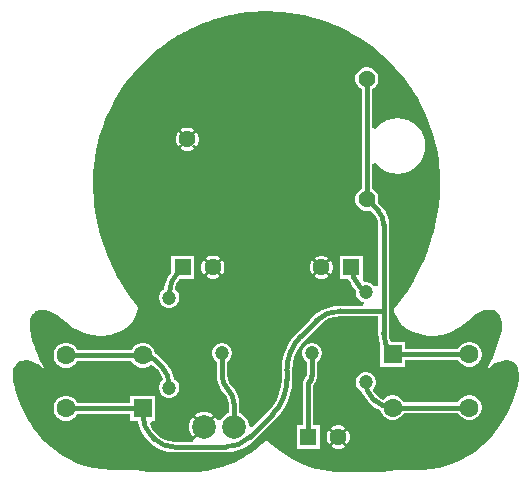
<source format=gtl>
G04*
G04 #@! TF.GenerationSoftware,Altium Limited,Altium Designer,24.6.1 (21)*
G04*
G04 Layer_Physical_Order=1*
G04 Layer_Color=255*
%FSLAX44Y44*%
%MOMM*%
G71*
G04*
G04 #@! TF.SameCoordinates,6B41C1FE-43CF-4F28-8872-C2DD71ED003A*
G04*
G04*
G04 #@! TF.FilePolarity,Positive*
G04*
G01*
G75*
%ADD18C,1.4500*%
%ADD19R,1.4500X1.4500*%
%ADD22C,0.3810*%
%ADD23C,2.0000*%
%ADD24C,1.6000*%
%ADD25R,1.6000X1.6000*%
%ADD26C,1.2000*%
%ADD27C,1.4380*%
G36*
X8031Y144214D02*
X13903Y143813D01*
X19957Y143120D01*
X25811Y142190D01*
X31592Y141077D01*
X39688Y139108D01*
X46618Y136992D01*
X54222Y134239D01*
X55426Y133728D01*
X60258Y131741D01*
X65091Y129388D01*
X68538Y127619D01*
X72185Y125650D01*
X78567Y121893D01*
X84168Y118128D01*
X89000Y114750D01*
X92250Y112500D01*
X95250Y110000D01*
X97569Y107779D01*
X102821Y102818D01*
X108802Y96728D01*
X111319Y93883D01*
X115148Y89360D01*
X118650Y84801D01*
X123172Y78309D01*
X125616Y74407D01*
X127695Y71052D01*
X130795Y65289D01*
X133348Y60146D01*
X134114Y58615D01*
X136521Y52779D01*
X139366Y45120D01*
X140897Y40160D01*
X141791Y37115D01*
X142721Y33413D01*
X143815Y28489D01*
X144654Y24222D01*
X145493Y18860D01*
X146186Y13937D01*
X146532Y7718D01*
X146824Y-196D01*
X146623Y-7217D01*
X146313Y-13362D01*
X146040Y-16845D01*
X145529Y-20128D01*
X145128Y-23957D01*
X144235Y-29155D01*
X143523Y-32783D01*
X142502Y-37525D01*
X141335Y-42011D01*
X140296Y-45749D01*
X139110Y-49743D01*
X137578Y-54375D01*
X136193Y-58423D01*
X134788Y-61906D01*
X134515Y-62544D01*
X132764Y-66811D01*
X130722Y-71480D01*
X129044Y-74762D01*
X127385Y-78136D01*
X125871Y-80999D01*
X124303Y-83880D01*
X121805Y-88020D01*
X119343Y-91977D01*
X116279Y-96426D01*
X114018Y-99709D01*
X111246Y-103429D01*
X108985Y-106274D01*
X107891Y-107769D01*
Y-109848D01*
X108693Y-111891D01*
X109896Y-114772D01*
X111884Y-117890D01*
X113580Y-120060D01*
X115440Y-121920D01*
X118650Y-124400D01*
X122461Y-126534D01*
X127038Y-128339D01*
X132910Y-129616D01*
X137141Y-130126D01*
X142502Y-130054D01*
X147500Y-129500D01*
X151620Y-128412D01*
X157310Y-126370D01*
X160300Y-124838D01*
X163619Y-122759D01*
X167066Y-120042D01*
X170075Y-117398D01*
X173941Y-114261D01*
X177333Y-111890D01*
X180779Y-110049D01*
X184025Y-108845D01*
X187946Y-108243D01*
X190645Y-108353D01*
X192286Y-108754D01*
X194110Y-109520D01*
X196043Y-110979D01*
X197830Y-113422D01*
X198705Y-115720D01*
X199289Y-119331D01*
X199252Y-121556D01*
X198887Y-125932D01*
X197684Y-131221D01*
X196116Y-136728D01*
X194474Y-141360D01*
X192468Y-146210D01*
X191192Y-148946D01*
X190171Y-151280D01*
X188347Y-154927D01*
X187472Y-156532D01*
X187326Y-157043D01*
X188092Y-157298D01*
X191812Y-154599D01*
X191885Y-154560D01*
X195423Y-152666D01*
X199945Y-151243D01*
X201915Y-151061D01*
X204249Y-151134D01*
X205543Y-151298D01*
X207239Y-151863D01*
X208607Y-152429D01*
X209756Y-153213D01*
X211543Y-155219D01*
X213038Y-158757D01*
X213622Y-162915D01*
X213385Y-166580D01*
X212601Y-171558D01*
X211762Y-175096D01*
X210230Y-179947D01*
X209318Y-182536D01*
X208279Y-185399D01*
X206692Y-189065D01*
X204905Y-193113D01*
X203118Y-196687D01*
X200966Y-200626D01*
X197830Y-205623D01*
X195751Y-208577D01*
X193654Y-211367D01*
X191630Y-213865D01*
X188493Y-217294D01*
X185721Y-220138D01*
X183351Y-222436D01*
X179922Y-225390D01*
X176056Y-228454D01*
X172409Y-230971D01*
X169054Y-233159D01*
X164385Y-235712D01*
X158367Y-238302D01*
X153644Y-239925D01*
X148812Y-241292D01*
X144946Y-242094D01*
X139329Y-243043D01*
X132144Y-243809D01*
X127731Y-244173D01*
X124376Y-244283D01*
X120054Y-244301D01*
X115732Y-244319D01*
X114054Y-244210D01*
X110480Y-243955D01*
X108292Y-244137D01*
X105520Y-244575D01*
X102785Y-245085D01*
X99575Y-245377D01*
X96329Y-245632D01*
X93229Y-245888D01*
X89600Y-245979D01*
X86226Y-245888D01*
X81412Y-245486D01*
X77200Y-245213D01*
X76488Y-245195D01*
X73954Y-245541D01*
X70288Y-245888D01*
X67225Y-245997D01*
X61681Y-245924D01*
X57705Y-245523D01*
X52672Y-245085D01*
X47566Y-244210D01*
X42278Y-242970D01*
X38558Y-241912D01*
X33853Y-240417D01*
X28017Y-238046D01*
X23057Y-235676D01*
X21161Y-234581D01*
X18754Y-233268D01*
X16055Y-231554D01*
X13356Y-229767D01*
X11058Y-228053D01*
X7849Y-225573D01*
X4420Y-222582D01*
X2068Y-220449D01*
X554Y-218899D01*
X-339Y-218187D01*
X-1743Y-219263D01*
X-4242Y-221652D01*
X-7105Y-224260D01*
X-9913Y-226558D01*
X-13560Y-229329D01*
X-16515Y-231408D01*
X-19761Y-233378D01*
X-23262Y-235347D01*
X-25997Y-236806D01*
X-30848Y-238922D01*
X-34969Y-240526D01*
X-37522Y-241402D01*
X-41352Y-242532D01*
X-45254Y-243480D01*
X-50068Y-244465D01*
X-53533Y-245085D01*
X-57472Y-245450D01*
X-62870Y-245888D01*
X-67721Y-245961D01*
X-73502Y-245651D01*
X-78954Y-245195D01*
X-82784Y-245486D01*
X-86577Y-245815D01*
X-94527Y-245888D01*
X-100144Y-245450D01*
X-105724Y-244830D01*
X-110320Y-244028D01*
X-111779Y-243955D01*
X-115098Y-244210D01*
X-121790Y-244301D01*
X-126003Y-244319D01*
X-128045Y-244210D01*
X-132969Y-243882D01*
X-138221Y-243407D01*
X-146719Y-242058D01*
X-154049Y-240271D01*
X-161562Y-237718D01*
X-165775Y-235840D01*
X-171227Y-232721D01*
X-174948Y-230387D01*
X-179580Y-226959D01*
X-182898Y-224260D01*
X-185342Y-222035D01*
X-187476Y-219974D01*
X-190813Y-216491D01*
X-193329Y-213683D01*
X-195408Y-211130D01*
X-197742Y-208030D01*
X-199858Y-204966D01*
X-202119Y-201319D01*
X-204891Y-196286D01*
X-206423Y-193150D01*
X-208082Y-189521D01*
X-209851Y-185417D01*
X-210872Y-182536D01*
X-212605Y-177631D01*
X-213097Y-175753D01*
X-213535Y-174294D01*
X-214228Y-171339D01*
X-214592Y-169224D01*
X-214811Y-167255D01*
X-215103Y-165431D01*
X-215139Y-162841D01*
X-214975Y-160854D01*
X-214592Y-158720D01*
X-213881Y-156623D01*
X-212659Y-154672D01*
X-210690Y-152848D01*
X-209176Y-151991D01*
X-206714Y-151243D01*
X-204563Y-151061D01*
X-202557Y-151134D01*
X-199639Y-151718D01*
X-196320Y-152994D01*
X-193566Y-154471D01*
X-193465Y-154541D01*
X-193465Y-154541D01*
X-190922Y-156277D01*
X-189700Y-157280D01*
X-188916Y-157334D01*
X-189609Y-155620D01*
X-190667Y-153432D01*
X-191121Y-152508D01*
X-191761Y-151207D01*
X-192746Y-149019D01*
X-194515Y-145025D01*
X-196065Y-141287D01*
X-196466Y-139937D01*
X-197888Y-136217D01*
X-198691Y-133591D01*
X-199566Y-130126D01*
X-199967Y-128266D01*
X-200405Y-126151D01*
X-200733Y-124218D01*
X-200879Y-122103D01*
X-200842Y-120060D01*
X-200806Y-118018D01*
X-200549Y-116562D01*
X-200336Y-115820D01*
X-200160Y-115219D01*
X-199947Y-114494D01*
X-199665Y-113910D01*
X-199346Y-113274D01*
X-199028Y-112814D01*
X-198639Y-112072D01*
X-198232Y-111612D01*
X-197437Y-110745D01*
X-196624Y-110109D01*
X-195899Y-109614D01*
X-194873Y-109119D01*
X-193742Y-108695D01*
X-192946Y-108429D01*
X-192115Y-108235D01*
X-191355Y-108182D01*
X-190223Y-108146D01*
X-189145Y-108182D01*
X-187801Y-108288D01*
X-186493Y-108500D01*
X-185061Y-108942D01*
X-183717Y-109419D01*
X-182426Y-109985D01*
X-181171Y-110586D01*
X-179470Y-111562D01*
X-176151Y-113823D01*
X-173197Y-116158D01*
X-169841Y-119003D01*
X-166158Y-122030D01*
X-164006Y-123598D01*
X-159939Y-125768D01*
X-156493Y-127318D01*
X-151825Y-128741D01*
X-147047Y-129689D01*
X-142123Y-130163D01*
X-137455Y-130090D01*
X-134500Y-129616D01*
X-131692Y-129215D01*
X-128154Y-128230D01*
X-123340Y-126187D01*
X-119584Y-123890D01*
X-117578Y-122394D01*
X-115973Y-120935D01*
X-113639Y-118164D01*
X-112180Y-115975D01*
X-110684Y-113021D01*
X-109517Y-110176D01*
X-109298Y-107696D01*
X-109262Y-106566D01*
X-110283Y-104888D01*
X-112544Y-101897D01*
X-115717Y-97557D01*
X-117750Y-94500D01*
X-119401Y-92123D01*
X-122136Y-87746D01*
X-124507Y-83588D01*
X-126477Y-80233D01*
X-128556Y-76258D01*
X-131109Y-71006D01*
X-133023Y-66757D01*
X-135048Y-61851D01*
X-136415Y-58149D01*
X-137819Y-54338D01*
X-139442Y-49542D01*
X-140810Y-44673D01*
X-141795Y-40953D01*
X-142707Y-37160D01*
X-143728Y-32783D01*
X-144311Y-29355D01*
X-145132Y-24705D01*
X-145916Y-18924D01*
X-146481Y-12961D01*
X-146864Y-7034D01*
X-146937Y-3168D01*
X-146901Y3433D01*
X-146719Y8721D01*
X-146190Y13846D01*
X-145351Y20593D01*
X-144348Y26483D01*
X-143618Y30276D01*
X-142688Y34051D01*
X-141649Y37789D01*
X-140810Y40890D01*
X-139679Y44500D01*
X-138075Y49096D01*
X-136579Y53035D01*
X-135011Y56828D01*
X-133771Y59454D01*
X-132130Y62991D01*
X-130543Y65964D01*
X-128957Y68863D01*
X-126841Y72620D01*
X-123997Y77215D01*
X-121444Y80899D01*
X-118818Y84619D01*
X-115608Y88923D01*
X-113639Y91330D01*
X-111377Y93883D01*
X-108168Y97530D01*
X-105633Y100211D01*
X-102515Y103256D01*
X-100509Y105116D01*
X-96789Y108471D01*
X-94345Y110550D01*
X-92376Y112155D01*
X-90698Y113541D01*
X-88947Y114781D01*
X-87197Y116167D01*
X-85008Y117626D01*
X-82893Y119158D01*
X-80632Y120689D01*
X-78772Y121857D01*
X-76474Y123243D01*
X-74833Y124227D01*
X-72535Y125577D01*
X-70566Y126598D01*
X-69325Y127327D01*
X-67867Y128130D01*
X-66335Y128932D01*
X-63545Y130190D01*
X-60718Y131558D01*
X-55758Y133673D01*
X-53643Y134549D01*
X-50926Y135552D01*
X-48373Y136427D01*
X-46531Y137065D01*
X-44415Y137649D01*
X-40458Y138907D01*
X-37559Y139691D01*
X-35334Y140238D01*
X-30337Y141296D01*
X-25888Y142171D01*
X-22386Y142828D01*
X-17007Y143539D01*
X-10989Y144013D01*
X-5026Y144433D01*
X2451Y144542D01*
X8031Y144214D01*
D02*
G37*
%LPC*%
G36*
X-65974Y45940D02*
X-68526D01*
X-70990Y45280D01*
X-73200Y44004D01*
X-73218Y43986D01*
X-71183Y41951D01*
X-72951Y40183D01*
X-74986Y42218D01*
X-75004Y42200D01*
X-76280Y39990D01*
X-76940Y37526D01*
Y34974D01*
X-76280Y32510D01*
X-75004Y30300D01*
X-74986Y30282D01*
X-72951Y32317D01*
X-71183Y30549D01*
X-73218Y28514D01*
X-73200Y28496D01*
X-70990Y27220D01*
X-68526Y26560D01*
X-65974D01*
X-63510Y27220D01*
X-61300Y28496D01*
X-61282Y28514D01*
X-63317Y30549D01*
X-61549Y32317D01*
X-59514Y30282D01*
X-59496Y30300D01*
X-58220Y32510D01*
X-57560Y34974D01*
Y37526D01*
X-58220Y39990D01*
X-59496Y42200D01*
X-59514Y42218D01*
X-61549Y40183D01*
X-63317Y41951D01*
X-61282Y43986D01*
X-61300Y44004D01*
X-63510Y45280D01*
X-65974Y45940D01*
D02*
G37*
G36*
X86026Y96940D02*
X83474D01*
X81010Y96280D01*
X78800Y95004D01*
X76996Y93200D01*
X75720Y90990D01*
X75060Y88526D01*
Y85974D01*
X75720Y83510D01*
X76996Y81300D01*
X78800Y79496D01*
X80259Y78654D01*
Y-6154D01*
X78800Y-6996D01*
X76996Y-8800D01*
X75720Y-11010D01*
X75060Y-13474D01*
Y-16026D01*
X75720Y-18490D01*
X76996Y-20700D01*
X78800Y-22504D01*
X81010Y-23780D01*
X83474Y-24440D01*
X86026D01*
X87653Y-24004D01*
X90634Y-26986D01*
X90635Y-26986D01*
X90635D01*
X92451Y-29234D01*
X92800Y-29689D01*
X94129Y-32897D01*
X94553Y-36118D01*
X94509Y-36339D01*
Y-88205D01*
X94121Y-88444D01*
X90552Y-88181D01*
X88969Y-86598D01*
X87031Y-85479D01*
X84869Y-84900D01*
X82631D01*
X81456Y-82109D01*
X81450Y-82014D01*
X81450D01*
Y-62514D01*
X61950D01*
Y-82014D01*
X69163D01*
X70093Y-84259D01*
X72260Y-87794D01*
X74926Y-90916D01*
X74949Y-90950D01*
X75468Y-91469D01*
X75250Y-92281D01*
Y-94519D01*
X75829Y-96681D01*
X76948Y-98619D01*
X78531Y-100202D01*
X80469Y-101321D01*
X82104Y-101759D01*
X81709Y-104759D01*
X62521D01*
Y-104740D01*
X57181Y-105160D01*
X51973Y-106411D01*
X47024Y-108460D01*
X42457Y-111259D01*
X38393Y-114730D01*
X38393Y-114730D01*
X36285Y-116863D01*
X26074Y-127074D01*
X26071Y-127074D01*
X26064Y-127068D01*
X22081Y-131610D01*
X18710Y-136655D01*
X16027Y-142097D01*
X14076Y-147843D01*
X12893Y-153794D01*
X12496Y-159848D01*
X12496Y-159848D01*
X12496Y-159848D01*
X12509Y-162621D01*
Y-167269D01*
X12564Y-167545D01*
X12119Y-173187D01*
X10736Y-178949D01*
X8469Y-184423D01*
X5373Y-189475D01*
X1704Y-193771D01*
X1473Y-193925D01*
X1471Y-193929D01*
X1468Y-193930D01*
X-12250Y-207648D01*
X-15250Y-206406D01*
Y-205604D01*
X-16102Y-202425D01*
X-17747Y-199575D01*
X-20075Y-197248D01*
X-22925Y-195602D01*
X-23259Y-195513D01*
Y-187718D01*
X-23245D01*
X-23643Y-183675D01*
X-24823Y-179787D01*
X-26737Y-176205D01*
X-29315Y-173065D01*
X-29315Y-173065D01*
X-31148Y-170824D01*
X-31581Y-170260D01*
X-32964Y-166919D01*
X-33405Y-163569D01*
X-33359Y-163334D01*
Y-152222D01*
X-32631Y-151802D01*
X-31048Y-150219D01*
X-29929Y-148281D01*
X-29350Y-146119D01*
Y-143881D01*
X-29929Y-141719D01*
X-31048Y-139781D01*
X-32631Y-138198D01*
X-34569Y-137079D01*
X-36731Y-136500D01*
X-38969D01*
X-41131Y-137079D01*
X-43069Y-138198D01*
X-44652Y-139781D01*
X-45771Y-141719D01*
X-46350Y-143881D01*
Y-146119D01*
X-45771Y-148281D01*
X-44652Y-150219D01*
X-43069Y-151802D01*
X-42341Y-152222D01*
Y-163334D01*
X-42365D01*
X-41927Y-167778D01*
X-40631Y-172052D01*
X-38525Y-175990D01*
X-35692Y-179442D01*
X-35692Y-179442D01*
X-33866Y-181686D01*
X-33760Y-181824D01*
X-32583Y-184667D01*
X-32205Y-187536D01*
X-32241Y-187718D01*
Y-195513D01*
X-32575Y-195602D01*
X-35425Y-197248D01*
X-37752Y-199575D01*
X-38801Y-201392D01*
X-38952Y-201449D01*
X-41948D01*
X-42099Y-201392D01*
X-43148Y-199575D01*
X-43427Y-199295D01*
X-45440Y-201308D01*
X-47208Y-199540D01*
X-45195Y-197527D01*
X-45475Y-197248D01*
X-48325Y-195602D01*
X-51504Y-194750D01*
X-54796D01*
X-57975Y-195602D01*
X-60825Y-197248D01*
X-61105Y-197527D01*
X-59092Y-199540D01*
X-60860Y-201308D01*
X-62873Y-199295D01*
X-63152Y-199575D01*
X-64798Y-202425D01*
X-65650Y-205604D01*
Y-208896D01*
X-64798Y-212075D01*
X-63152Y-214925D01*
X-62873Y-215205D01*
X-60860Y-213192D01*
X-59092Y-214960D01*
X-61105Y-216973D01*
X-61069Y-217009D01*
X-61192Y-218076D01*
X-62051Y-220009D01*
X-77997D01*
X-78189Y-220047D01*
X-81961Y-219676D01*
X-85773Y-218519D01*
X-89285Y-216642D01*
X-92215Y-214237D01*
X-92324Y-214074D01*
X-94385Y-212014D01*
X-94557Y-211899D01*
X-97035Y-208879D01*
X-98973Y-205254D01*
X-99153Y-204660D01*
X-97366Y-202250D01*
X-94500D01*
Y-181250D01*
X-115500D01*
Y-187259D01*
X-160469D01*
X-161598Y-185303D01*
X-163553Y-183348D01*
X-165947Y-181966D01*
X-168618Y-181250D01*
X-171382D01*
X-174053Y-181966D01*
X-176447Y-183348D01*
X-178402Y-185303D01*
X-179784Y-187697D01*
X-180500Y-190368D01*
Y-193132D01*
X-179784Y-195803D01*
X-178402Y-198197D01*
X-176447Y-200152D01*
X-174053Y-201534D01*
X-171382Y-202250D01*
X-168618D01*
X-165947Y-201534D01*
X-163553Y-200152D01*
X-161598Y-198197D01*
X-160469Y-196241D01*
X-115500D01*
Y-202250D01*
X-109046D01*
X-108034Y-206468D01*
X-106238Y-210802D01*
X-103787Y-214802D01*
X-100740Y-218369D01*
X-100740Y-218370D01*
X-98679Y-220429D01*
X-98676Y-220431D01*
X-98616Y-220482D01*
X-95189Y-223409D01*
X-91275Y-225807D01*
X-87035Y-227564D01*
X-82572Y-228635D01*
X-77997Y-228995D01*
Y-228991D01*
X-35227D01*
X-35208Y-229011D01*
Y-229011D01*
X-35196Y-229012D01*
X-32294Y-228783D01*
X-29790Y-228586D01*
X-24517Y-227320D01*
X-19507Y-225245D01*
X-14883Y-222412D01*
X-12980Y-220786D01*
X-10760Y-218890D01*
X-10758Y-218888D01*
X-10772Y-218874D01*
X7819Y-200283D01*
X7829Y-200292D01*
X7832Y-200289D01*
X7834Y-200287D01*
X9694Y-198165D01*
X9763Y-198087D01*
X9764Y-198086D01*
X11859Y-195698D01*
X15251Y-190621D01*
X17952Y-185144D01*
X19914Y-179362D01*
X21106Y-173373D01*
X21314Y-170194D01*
X21505Y-167280D01*
X21504Y-167267D01*
X21504D01*
X21491Y-167255D01*
Y-159862D01*
X21490Y-159858D01*
X21491Y-159854D01*
X21491Y-159840D01*
X21438Y-159575D01*
X21878Y-153987D01*
X23250Y-148271D01*
X25500Y-142839D01*
X28572Y-137826D01*
X32203Y-133575D01*
X32426Y-133426D01*
X44756Y-121095D01*
X44908Y-120868D01*
X48513Y-117910D01*
X52872Y-115580D01*
X57602Y-114145D01*
X62250Y-113687D01*
X62521Y-113741D01*
X94509D01*
Y-127979D01*
X94503D01*
X94871Y-132656D01*
X95966Y-137218D01*
X96000Y-137299D01*
Y-156500D01*
X117000D01*
Y-150491D01*
X161969D01*
X163098Y-152447D01*
X165053Y-154402D01*
X167447Y-155784D01*
X170118Y-156500D01*
X172882D01*
X175553Y-155784D01*
X177947Y-154402D01*
X179902Y-152447D01*
X181284Y-150053D01*
X182000Y-147382D01*
Y-144618D01*
X181284Y-141947D01*
X179902Y-139553D01*
X177947Y-137598D01*
X175553Y-136216D01*
X172882Y-135500D01*
X170118D01*
X167447Y-136216D01*
X165053Y-137598D01*
X163098Y-139553D01*
X161969Y-141509D01*
X117000D01*
Y-135500D01*
X104874D01*
X103834Y-132070D01*
X103451Y-128182D01*
X103491Y-127979D01*
Y-109250D01*
Y-36339D01*
X103491Y-36339D01*
X103512D01*
X103085Y-32002D01*
X101820Y-27832D01*
X99766Y-23989D01*
X97001Y-20620D01*
X96986Y-20635D01*
X94004Y-17652D01*
X94440Y-16026D01*
Y-13474D01*
X93780Y-11010D01*
X92504Y-8800D01*
X90700Y-6996D01*
X89241Y-6154D01*
Y14936D01*
X92241Y16010D01*
X94053Y13803D01*
X97631Y10866D01*
X101713Y8684D01*
X106143Y7340D01*
X110750Y6886D01*
X115357Y7340D01*
X119787Y8684D01*
X123869Y10866D01*
X127447Y13803D01*
X130384Y17381D01*
X132566Y21463D01*
X133910Y25893D01*
X134364Y30500D01*
X133910Y35107D01*
X132566Y39536D01*
X130384Y43619D01*
X127447Y47197D01*
X123869Y50134D01*
X119787Y52316D01*
X115357Y53660D01*
X110750Y54114D01*
X106143Y53660D01*
X101713Y52316D01*
X97631Y50134D01*
X94053Y47197D01*
X92241Y44990D01*
X89241Y46064D01*
Y78654D01*
X90700Y79496D01*
X92504Y81300D01*
X93780Y83510D01*
X94440Y85974D01*
Y88526D01*
X93780Y90990D01*
X92504Y93200D01*
X90700Y95004D01*
X88490Y96280D01*
X86026Y96940D01*
D02*
G37*
G36*
X-44266Y-62486D02*
X-46834D01*
X-49313Y-63150D01*
X-51537Y-64434D01*
X-51560Y-64458D01*
X-49526Y-66492D01*
X-51294Y-68260D01*
X-53328Y-66225D01*
X-53352Y-66249D01*
X-54636Y-68472D01*
X-55300Y-70952D01*
Y-73520D01*
X-54636Y-75999D01*
X-53352Y-78222D01*
X-53328Y-78246D01*
X-51294Y-76212D01*
X-49526Y-77980D01*
X-51560Y-80014D01*
X-51537Y-80038D01*
X-49313Y-81321D01*
X-46834Y-81986D01*
X-44266D01*
X-41787Y-81321D01*
X-39563Y-80038D01*
X-39540Y-80014D01*
X-41574Y-77980D01*
X-39806Y-76212D01*
X-37772Y-78246D01*
X-37748Y-78222D01*
X-36465Y-75999D01*
X-35800Y-73520D01*
Y-70952D01*
X-36465Y-68472D01*
X-37748Y-66249D01*
X-37772Y-66225D01*
X-39806Y-68260D01*
X-41574Y-66492D01*
X-39540Y-64458D01*
X-39563Y-64434D01*
X-41787Y-63150D01*
X-44266Y-62486D01*
D02*
G37*
G36*
X47584Y-62514D02*
X45016D01*
X42537Y-63179D01*
X40313Y-64462D01*
X40290Y-64486D01*
X42324Y-66520D01*
X40556Y-68288D01*
X38522Y-66254D01*
X38498Y-66277D01*
X37215Y-68501D01*
X36550Y-70981D01*
Y-73548D01*
X37215Y-76027D01*
X38498Y-78251D01*
X38522Y-78274D01*
X40556Y-76240D01*
X42324Y-78008D01*
X40290Y-80042D01*
X40313Y-80066D01*
X42537Y-81350D01*
X45016Y-82014D01*
X47584D01*
X50063Y-81350D01*
X52287Y-80066D01*
X52310Y-80042D01*
X50276Y-78008D01*
X52044Y-76240D01*
X54078Y-78274D01*
X54102Y-78251D01*
X55385Y-76027D01*
X56050Y-73548D01*
Y-70981D01*
X55385Y-68501D01*
X54102Y-66277D01*
X54078Y-66254D01*
X52044Y-68288D01*
X50276Y-66520D01*
X52310Y-64486D01*
X52287Y-64462D01*
X50063Y-63179D01*
X47584Y-62514D01*
D02*
G37*
G36*
X-61200Y-62486D02*
X-80700D01*
Y-76046D01*
X-81287Y-76734D01*
X-83738Y-80734D01*
X-85534Y-85068D01*
X-86629Y-89630D01*
X-86698Y-90509D01*
X-87719Y-91098D01*
X-89302Y-92681D01*
X-90421Y-94619D01*
X-91000Y-96781D01*
Y-99019D01*
X-90421Y-101181D01*
X-89302Y-103119D01*
X-87719Y-104702D01*
X-85781Y-105821D01*
X-83619Y-106400D01*
X-81381D01*
X-79219Y-105821D01*
X-77281Y-104702D01*
X-75698Y-103119D01*
X-74579Y-101181D01*
X-74000Y-99019D01*
Y-96781D01*
X-74579Y-94619D01*
X-75698Y-92681D01*
X-77281Y-91098D01*
X-77727Y-90840D01*
X-77666Y-90216D01*
X-76473Y-86282D01*
X-74535Y-82657D01*
X-73984Y-81986D01*
X-61200D01*
Y-62486D01*
D02*
G37*
G36*
X-103618Y-136250D02*
X-106382D01*
X-109053Y-136966D01*
X-111447Y-138348D01*
X-113402Y-140303D01*
X-114531Y-142259D01*
X-160469D01*
X-161598Y-140303D01*
X-163553Y-138348D01*
X-165947Y-136966D01*
X-168618Y-136250D01*
X-171382D01*
X-174053Y-136966D01*
X-176447Y-138348D01*
X-178402Y-140303D01*
X-179784Y-142697D01*
X-180500Y-145368D01*
Y-148132D01*
X-179784Y-150803D01*
X-178402Y-153197D01*
X-176447Y-155152D01*
X-174053Y-156534D01*
X-171382Y-157250D01*
X-168618D01*
X-165947Y-156534D01*
X-163553Y-155152D01*
X-161598Y-153197D01*
X-160469Y-151241D01*
X-114531D01*
X-113402Y-153197D01*
X-111447Y-155152D01*
X-109053Y-156534D01*
X-106382Y-157250D01*
X-103618D01*
X-100947Y-156534D01*
X-98553Y-155152D01*
X-95254Y-156047D01*
X-92590Y-158712D01*
X-92448Y-158807D01*
X-90156Y-161599D01*
X-88359Y-164962D01*
X-87660Y-167264D01*
X-87719Y-167298D01*
X-89302Y-168881D01*
X-90421Y-170819D01*
X-91000Y-172981D01*
Y-175219D01*
X-90421Y-177381D01*
X-89302Y-179319D01*
X-87719Y-180902D01*
X-85781Y-182021D01*
X-83619Y-182600D01*
X-81381D01*
X-79219Y-182021D01*
X-77281Y-180902D01*
X-75698Y-179319D01*
X-74579Y-177381D01*
X-74000Y-175219D01*
Y-172981D01*
X-74579Y-170819D01*
X-75698Y-168881D01*
X-77281Y-167298D01*
X-78646Y-166510D01*
X-79336Y-163635D01*
X-81041Y-159520D01*
X-83368Y-155723D01*
X-86232Y-152369D01*
X-86238Y-152360D01*
X-86238Y-152360D01*
X-88122Y-150476D01*
X-90230Y-148352D01*
X-90230Y-148352D01*
X-90230Y-148352D01*
X-93376Y-145770D01*
X-94562Y-145136D01*
X-95216Y-142697D01*
X-96598Y-140303D01*
X-98553Y-138348D01*
X-100947Y-136966D01*
X-103618Y-136250D01*
D02*
G37*
G36*
X84869Y-161100D02*
X82631D01*
X80469Y-161679D01*
X78531Y-162798D01*
X76948Y-164381D01*
X75829Y-166319D01*
X75250Y-168481D01*
Y-170719D01*
X75829Y-172881D01*
X76948Y-174819D01*
X78531Y-176402D01*
X80469Y-177521D01*
X80740Y-177593D01*
X80984Y-178396D01*
X83108Y-182369D01*
X85855Y-185716D01*
X85957Y-185841D01*
X87943Y-187849D01*
X87945Y-187851D01*
X88079Y-187961D01*
X91911Y-191106D01*
X96284Y-193444D01*
X96716Y-195053D01*
X98098Y-197447D01*
X100053Y-199402D01*
X102447Y-200784D01*
X105118Y-201500D01*
X107882D01*
X110553Y-200784D01*
X112947Y-199402D01*
X114902Y-197447D01*
X116031Y-195491D01*
X161969D01*
X163098Y-197447D01*
X165053Y-199402D01*
X167447Y-200784D01*
X170118Y-201500D01*
X172882D01*
X175553Y-200784D01*
X177947Y-199402D01*
X179902Y-197447D01*
X181284Y-195053D01*
X182000Y-192382D01*
Y-189618D01*
X181284Y-186947D01*
X179902Y-184553D01*
X177947Y-182598D01*
X175553Y-181216D01*
X172882Y-180500D01*
X170118D01*
X167447Y-181216D01*
X165053Y-182598D01*
X163098Y-184553D01*
X161969Y-186509D01*
X116031D01*
X114902Y-184553D01*
X112947Y-182598D01*
X110553Y-181216D01*
X107882Y-180500D01*
X105118D01*
X102447Y-181216D01*
X100053Y-182598D01*
X98276Y-184375D01*
X96900Y-183639D01*
X94400Y-181587D01*
X94321Y-181470D01*
X92327Y-179475D01*
X92127Y-179342D01*
X90045Y-176628D01*
X89663Y-175707D01*
X90552Y-174819D01*
X91671Y-172881D01*
X92250Y-170719D01*
Y-168481D01*
X91671Y-166319D01*
X90552Y-164381D01*
X88969Y-162798D01*
X87031Y-161679D01*
X84869Y-161100D01*
D02*
G37*
G36*
X61734Y-206236D02*
X59166D01*
X56687Y-206900D01*
X54463Y-208184D01*
X54440Y-208208D01*
X56474Y-210242D01*
X54706Y-212010D01*
X52672Y-209975D01*
X52648Y-209999D01*
X51364Y-212222D01*
X50700Y-214702D01*
Y-217269D01*
X51364Y-219749D01*
X52648Y-221973D01*
X52672Y-221996D01*
X54706Y-219962D01*
X56474Y-221730D01*
X54440Y-223764D01*
X54463Y-223788D01*
X56687Y-225071D01*
X59166Y-225736D01*
X61734D01*
X64213Y-225071D01*
X66437Y-223788D01*
X66460Y-223764D01*
X64426Y-221730D01*
X66194Y-219962D01*
X68228Y-221996D01*
X68252Y-221973D01*
X69535Y-219749D01*
X70200Y-217269D01*
Y-214702D01*
X69535Y-212222D01*
X68252Y-209999D01*
X68228Y-209975D01*
X66194Y-212010D01*
X64426Y-210242D01*
X66460Y-208208D01*
X66437Y-208184D01*
X64213Y-206900D01*
X61734Y-206236D01*
D02*
G37*
G36*
X39469Y-136500D02*
X37231D01*
X35069Y-137079D01*
X33131Y-138198D01*
X31548Y-139781D01*
X30429Y-141719D01*
X29850Y-143881D01*
Y-146119D01*
X30429Y-148281D01*
X31548Y-150219D01*
X33131Y-151802D01*
X33859Y-152222D01*
Y-160536D01*
X33853Y-163534D01*
X33513Y-164532D01*
X31980Y-166876D01*
X31872Y-167133D01*
X31684Y-167377D01*
X30856Y-169376D01*
X30604Y-171291D01*
X30559Y-171520D01*
Y-206236D01*
X25300D01*
Y-225736D01*
X44800D01*
Y-206236D01*
X39541D01*
Y-171762D01*
X39577Y-171676D01*
X40991Y-169580D01*
X41093Y-169340D01*
X41399Y-168941D01*
X42479Y-166332D01*
X42847Y-163534D01*
X42841D01*
Y-152222D01*
X43569Y-151802D01*
X45152Y-150219D01*
X46271Y-148281D01*
X46850Y-146119D01*
Y-143881D01*
X46271Y-141719D01*
X45152Y-139781D01*
X43569Y-138198D01*
X41631Y-137079D01*
X39469Y-136500D01*
D02*
G37*
%LPD*%
D18*
X60450Y-215986D02*
D03*
X-45550Y-72236D02*
D03*
X46300Y-72264D02*
D03*
D19*
X35050Y-215986D02*
D03*
X-70950Y-72236D02*
D03*
X71700Y-72264D02*
D03*
D22*
X-95500Y-217250D02*
G03*
X-77997Y-224500I17503J17503D01*
G01*
X-105000Y-197229D02*
G03*
X-97561Y-215189I25400J0D01*
G01*
X-93409Y-151541D02*
G03*
X-105000Y-146750I-11591J-11626D01*
G01*
X-82500Y-174100D02*
G03*
X-89414Y-155536I-23828J1695D01*
G01*
X83750Y-169600D02*
G03*
X89151Y-182651I18469J-0D01*
G01*
X91146Y-184646D02*
G03*
X106500Y-191000I15354J15373D01*
G01*
X99000Y-127979D02*
G03*
X106440Y-145940I25400J0D01*
G01*
X99000Y-36339D02*
G03*
X93811Y-23811I-17718J-0D01*
G01*
X62521Y-109250D02*
G03*
X41581Y-117920I0J-29625D01*
G01*
X29250Y-130250D02*
G03*
X17000Y-159848I29632J-29598D01*
G01*
X37269Y-167068D02*
G03*
X38350Y-163534I-5235J3534D01*
G01*
X35702Y-169389D02*
G03*
X35050Y-171520I3158J-2132D01*
G01*
X4649Y-197101D02*
G03*
X17000Y-167269I-29825J29821D01*
G01*
X4644Y-197106D02*
G03*
X4649Y-197101I-29820J29826D01*
G01*
X-35206Y-224500D02*
G03*
X-13948Y-215698I11J30046D01*
G01*
X-75061Y-76346D02*
G03*
X-82500Y-94307I17960J-17960D01*
G01*
X-27750Y-187718D02*
G03*
X-32500Y-176250I-16218J0D01*
G01*
X-37850Y-163334D02*
G03*
X-32500Y-176250I18266J0D01*
G01*
X71700Y-72264D02*
G03*
X78125Y-87775I21935J0D01*
G01*
X-77997Y-224500D02*
X-35206D01*
X-97561Y-215189D02*
X-95500Y-217250D01*
X-105000Y-197229D02*
Y-191750D01*
X-170000D02*
X-105000D01*
X-93409Y-151541D02*
X-89414Y-155536D01*
X-170000Y-146750D02*
X-105000D01*
X89151Y-182651D02*
X91146Y-184646D01*
X106500Y-191000D02*
X171500D01*
X99000Y-109250D02*
Y-36339D01*
X62521Y-109250D02*
X99000D01*
Y-127979D02*
Y-109250D01*
X106440Y-145940D02*
X106500Y-146000D01*
X171500D01*
X84750Y-14750D02*
X93811Y-23811D01*
X17000Y-159848D02*
X17000Y-159862D01*
X38350Y-163534D02*
Y-145000D01*
X35050Y-215986D02*
Y-171520D01*
X35702Y-169389D02*
X37269Y-167068D01*
X-13948Y-215698D02*
X4644Y-197106D01*
X-75061Y-76346D02*
X-70950Y-72236D01*
X-82500Y-97900D02*
Y-94307D01*
X29250Y-130250D02*
X41581Y-117920D01*
X17000Y-167269D02*
Y-159862D01*
X-27750Y-207250D02*
Y-187718D01*
X-37850Y-163334D02*
Y-145000D01*
X78125Y-87775D02*
X83750Y-93400D01*
X84750Y-14750D02*
Y87250D01*
D23*
X-27750Y-207250D02*
D03*
X-53150D02*
D03*
D24*
X-170000Y-146750D02*
D03*
X-105000D02*
D03*
X-170000Y-191750D02*
D03*
X171500Y-191000D02*
D03*
X106500D02*
D03*
X171500Y-146000D02*
D03*
D25*
X-105000Y-191750D02*
D03*
X106500Y-146000D02*
D03*
D26*
X-37850Y-145000D02*
D03*
X38350D02*
D03*
X-82500Y-174100D02*
D03*
Y-97900D02*
D03*
X83750Y-169600D02*
D03*
Y-93400D02*
D03*
D27*
X-67250Y36250D02*
D03*
X84750Y-14750D02*
D03*
Y87250D02*
D03*
M02*

</source>
